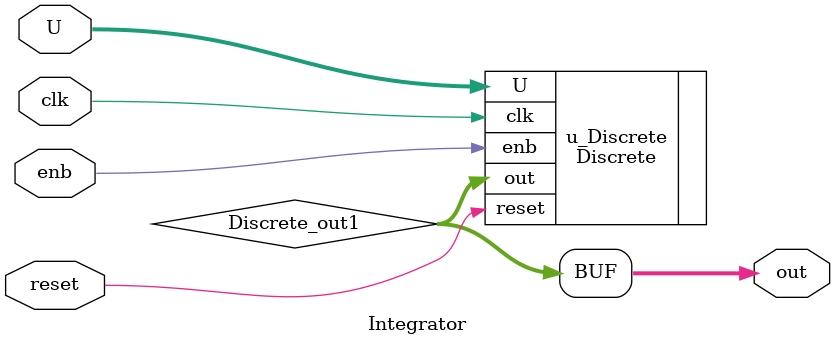
<source format=v>



`timescale 1 ns / 1 ns

module Integrator
          (clk,
           reset,
           enb,
           U,
           out);


  input   clk;
  input   reset;
  input   enb;
  input   signed [31:0] U;  // sfix32_En16
  output  signed [31:0] out;  // sfix32_En16


  wire signed [31:0] Discrete_out1;  // sfix32_En16


  Discrete u_Discrete (.clk(clk),
                       .reset(reset),
                       .enb(enb),
                       .U(U),  // sfix32_En16
                       .out(Discrete_out1)  // sfix32_En16
                       );

  assign out = Discrete_out1;

endmodule  // Integrator


</source>
